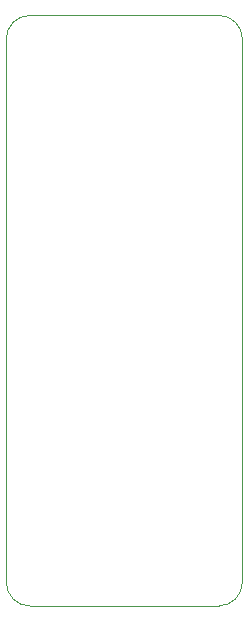
<source format=gbr>
%TF.GenerationSoftware,KiCad,Pcbnew,8.0.7-8.0.7-0~ubuntu22.04.1*%
%TF.CreationDate,2025-01-07T12:13:10+01:00*%
%TF.ProjectId,mcu_board,6d63755f-626f-4617-9264-2e6b69636164,rev?*%
%TF.SameCoordinates,Original*%
%TF.FileFunction,Profile,NP*%
%FSLAX46Y46*%
G04 Gerber Fmt 4.6, Leading zero omitted, Abs format (unit mm)*
G04 Created by KiCad (PCBNEW 8.0.7-8.0.7-0~ubuntu22.04.1) date 2025-01-07 12:13:10*
%MOMM*%
%LPD*%
G01*
G04 APERTURE LIST*
%TA.AperFunction,Profile*%
%ADD10C,0.050000*%
%TD*%
G04 APERTURE END LIST*
D10*
X158000000Y-50000000D02*
G75*
G02*
X160000000Y-52000000I0J-2000000D01*
G01*
X160000000Y-98000000D02*
G75*
G02*
X158000000Y-100000000I-2000000J0D01*
G01*
X160000000Y-52000000D02*
X160000000Y-98000000D01*
X140000000Y-52000000D02*
G75*
G02*
X142000000Y-50000000I2000000J0D01*
G01*
X142000000Y-100000000D02*
G75*
G02*
X140000000Y-98000000I0J2000000D01*
G01*
X142000000Y-50000000D02*
X158000000Y-50000000D01*
X140000000Y-98000000D02*
X140000000Y-52000000D01*
X158000000Y-100000000D02*
X142000000Y-100000000D01*
M02*

</source>
